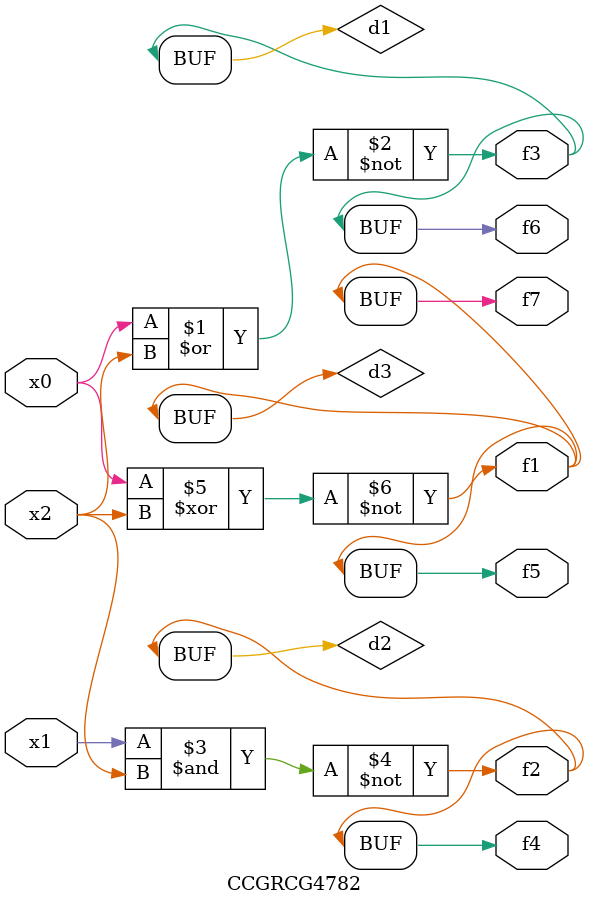
<source format=v>
module CCGRCG4782(
	input x0, x1, x2,
	output f1, f2, f3, f4, f5, f6, f7
);

	wire d1, d2, d3;

	nor (d1, x0, x2);
	nand (d2, x1, x2);
	xnor (d3, x0, x2);
	assign f1 = d3;
	assign f2 = d2;
	assign f3 = d1;
	assign f4 = d2;
	assign f5 = d3;
	assign f6 = d1;
	assign f7 = d3;
endmodule

</source>
